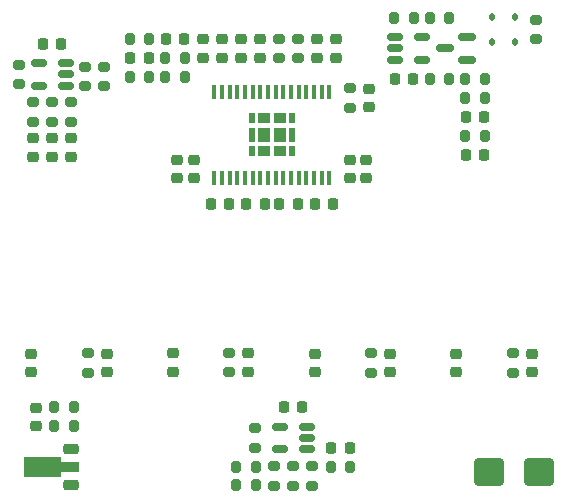
<source format=gbr>
%TF.GenerationSoftware,KiCad,Pcbnew,8.0.8*%
%TF.CreationDate,2025-03-08T19:37:29+01:00*%
%TF.ProjectId,01-2x30w_audio_amp,30312d32-7833-4307-975f-617564696f5f,rev?*%
%TF.SameCoordinates,Original*%
%TF.FileFunction,Paste,Bot*%
%TF.FilePolarity,Positive*%
%FSLAX46Y46*%
G04 Gerber Fmt 4.6, Leading zero omitted, Abs format (unit mm)*
G04 Created by KiCad (PCBNEW 8.0.8) date 2025-03-08 19:37:29*
%MOMM*%
%LPD*%
G01*
G04 APERTURE LIST*
G04 Aperture macros list*
%AMRoundRect*
0 Rectangle with rounded corners*
0 $1 Rounding radius*
0 $2 $3 $4 $5 $6 $7 $8 $9 X,Y pos of 4 corners*
0 Add a 4 corners polygon primitive as box body*
4,1,4,$2,$3,$4,$5,$6,$7,$8,$9,$2,$3,0*
0 Add four circle primitives for the rounded corners*
1,1,$1+$1,$2,$3*
1,1,$1+$1,$4,$5*
1,1,$1+$1,$6,$7*
1,1,$1+$1,$8,$9*
0 Add four rect primitives between the rounded corners*
20,1,$1+$1,$2,$3,$4,$5,0*
20,1,$1+$1,$4,$5,$6,$7,0*
20,1,$1+$1,$6,$7,$8,$9,0*
20,1,$1+$1,$8,$9,$2,$3,0*%
%AMFreePoly0*
4,1,9,3.862500,-0.866500,0.737500,-0.866500,0.737500,-0.450000,-0.737500,-0.450000,-0.737500,0.450000,0.737500,0.450000,0.737500,0.866500,3.862500,0.866500,3.862500,-0.866500,3.862500,-0.866500,$1*%
G04 Aperture macros list end*
%ADD10RoundRect,0.225000X0.250000X-0.225000X0.250000X0.225000X-0.250000X0.225000X-0.250000X-0.225000X0*%
%ADD11RoundRect,0.200000X0.275000X-0.200000X0.275000X0.200000X-0.275000X0.200000X-0.275000X-0.200000X0*%
%ADD12RoundRect,0.150000X0.512500X0.150000X-0.512500X0.150000X-0.512500X-0.150000X0.512500X-0.150000X0*%
%ADD13RoundRect,0.150000X-0.512500X-0.150000X0.512500X-0.150000X0.512500X0.150000X-0.512500X0.150000X0*%
%ADD14RoundRect,0.225000X-0.225000X-0.250000X0.225000X-0.250000X0.225000X0.250000X-0.225000X0.250000X0*%
%ADD15RoundRect,0.200000X-0.275000X0.200000X-0.275000X-0.200000X0.275000X-0.200000X0.275000X0.200000X0*%
%ADD16RoundRect,0.225000X-0.250000X0.225000X-0.250000X-0.225000X0.250000X-0.225000X0.250000X0.225000X0*%
%ADD17RoundRect,0.225000X0.425000X0.225000X-0.425000X0.225000X-0.425000X-0.225000X0.425000X-0.225000X0*%
%ADD18FreePoly0,180.000000*%
%ADD19RoundRect,0.250000X1.000000X0.900000X-1.000000X0.900000X-1.000000X-0.900000X1.000000X-0.900000X0*%
%ADD20RoundRect,0.200000X0.200000X0.275000X-0.200000X0.275000X-0.200000X-0.275000X0.200000X-0.275000X0*%
%ADD21RoundRect,0.200000X-0.200000X-0.275000X0.200000X-0.275000X0.200000X0.275000X-0.200000X0.275000X0*%
%ADD22RoundRect,0.225000X0.225000X0.250000X-0.225000X0.250000X-0.225000X-0.250000X0.225000X-0.250000X0*%
%ADD23R,0.550000X0.930000*%
%ADD24R,1.000000X0.930000*%
%ADD25R,0.550000X1.200000*%
%ADD26R,1.000000X1.200000*%
%ADD27R,0.400000X1.200000*%
%ADD28RoundRect,0.112500X-0.112500X0.187500X-0.112500X-0.187500X0.112500X-0.187500X0.112500X0.187500X0*%
%ADD29RoundRect,0.150000X0.587500X0.150000X-0.587500X0.150000X-0.587500X-0.150000X0.587500X-0.150000X0*%
%ADD30RoundRect,0.112500X0.112500X-0.187500X0.112500X0.187500X-0.112500X0.187500X-0.112500X-0.187500X0*%
G04 APERTURE END LIST*
D10*
%TO.C,C5*%
X170500000Y-126275000D03*
X170500000Y-124725000D03*
%TD*%
D11*
%TO.C,R33*%
X190700000Y-129675000D03*
X190700000Y-131325000D03*
%TD*%
D12*
%TO.C,U5*%
X173037500Y-95550000D03*
X173037500Y-96500000D03*
X173037500Y-97450000D03*
X170762500Y-97450000D03*
X170762500Y-95550000D03*
%TD*%
D13*
%TO.C,U1*%
X200962500Y-95249999D03*
X200962500Y-94300000D03*
X200962500Y-93350001D03*
X203237500Y-93350001D03*
X203237500Y-95249999D03*
%TD*%
D14*
%TO.C,C41*%
X171125000Y-93900000D03*
X172675000Y-93900000D03*
%TD*%
D15*
%TO.C,R31*%
X192300000Y-131325000D03*
X192300000Y-129675000D03*
%TD*%
D16*
%TO.C,C16*%
X186300000Y-93525000D03*
X186300000Y-95075000D03*
%TD*%
D14*
%TO.C,C14*%
X181525000Y-93500000D03*
X183075000Y-93500000D03*
%TD*%
D16*
%TO.C,C13*%
X195900000Y-93525000D03*
X195900000Y-95075000D03*
%TD*%
%TO.C,C12*%
X194300000Y-93525000D03*
X194300000Y-95075000D03*
%TD*%
%TO.C,C11*%
X187900000Y-93525000D03*
X187900000Y-95075000D03*
%TD*%
%TO.C,C10*%
X184700000Y-93525000D03*
X184700000Y-95075000D03*
%TD*%
D14*
%TO.C,C9*%
X178525000Y-95100000D03*
X180075000Y-95100000D03*
%TD*%
%TO.C,C7*%
X206925000Y-103300000D03*
X208475000Y-103300000D03*
%TD*%
D10*
%TO.C,C3*%
X173500000Y-101925000D03*
X173500000Y-103475000D03*
%TD*%
%TO.C,C2*%
X170300000Y-101925000D03*
X170300000Y-103475000D03*
%TD*%
%TO.C,C1*%
X171900000Y-101925000D03*
X171900000Y-103475000D03*
%TD*%
D17*
%TO.C,U2*%
X173512499Y-128237500D03*
D18*
X173424998Y-129737500D03*
D17*
X173512499Y-131237500D03*
%TD*%
D19*
%TO.C,D5*%
X208850000Y-130175000D03*
X213150000Y-130175000D03*
%TD*%
D20*
%TO.C,R25*%
X183125000Y-96700000D03*
X181475000Y-96700000D03*
%TD*%
D12*
%TO.C,U3*%
X191162500Y-126350000D03*
X191162500Y-128250000D03*
X193437500Y-128250000D03*
X193437500Y-127300000D03*
X193437500Y-126350000D03*
%TD*%
D14*
%TO.C,C21*%
X191125000Y-107500000D03*
X192675000Y-107500000D03*
%TD*%
D15*
%TO.C,R28*%
X186900000Y-120075000D03*
X186900000Y-121725000D03*
%TD*%
D11*
%TO.C,R3*%
X171900000Y-98875000D03*
X171900000Y-100525000D03*
%TD*%
D16*
%TO.C,C36*%
X206125000Y-120150000D03*
X206125000Y-121700000D03*
%TD*%
D10*
%TO.C,C23*%
X183900000Y-105275000D03*
X183900000Y-103725000D03*
%TD*%
D20*
%TO.C,R19*%
X189125000Y-129700000D03*
X187475000Y-129700000D03*
%TD*%
D21*
%TO.C,R16*%
X178475000Y-93500000D03*
X180125000Y-93500000D03*
%TD*%
D20*
%TO.C,R20*%
X189125000Y-131300000D03*
X187475000Y-131300000D03*
%TD*%
D16*
%TO.C,C39*%
X200500000Y-120150000D03*
X200500000Y-121700000D03*
%TD*%
D14*
%TO.C,C15*%
X191525000Y-124700000D03*
X193075000Y-124700000D03*
%TD*%
D16*
%TO.C,C33*%
X170125000Y-120150000D03*
X170125000Y-121700000D03*
%TD*%
D11*
%TO.C,R12*%
X169100000Y-95675000D03*
X169100000Y-97325000D03*
%TD*%
D10*
%TO.C,C26*%
X198500000Y-105275000D03*
X198500000Y-103725000D03*
%TD*%
D21*
%TO.C,R26*%
X178475000Y-96700000D03*
X180125000Y-96700000D03*
%TD*%
D16*
%TO.C,C35*%
X194125000Y-120150000D03*
X194125000Y-121700000D03*
%TD*%
D11*
%TO.C,R23*%
X192700000Y-95125000D03*
X192700000Y-93475000D03*
%TD*%
D16*
%TO.C,C38*%
X188500000Y-120125000D03*
X188500000Y-121675000D03*
%TD*%
D20*
%TO.C,R11*%
X205525000Y-96900000D03*
X203875000Y-96900000D03*
%TD*%
D22*
%TO.C,C20*%
X189875000Y-107500000D03*
X188325000Y-107500000D03*
%TD*%
%TO.C,C22*%
X195675000Y-107500000D03*
X194125000Y-107500000D03*
%TD*%
D15*
%TO.C,R30*%
X210900000Y-120100000D03*
X210900000Y-121750000D03*
%TD*%
D20*
%TO.C,R8*%
X173725000Y-126300000D03*
X172075000Y-126300000D03*
%TD*%
D21*
%TO.C,R24*%
X181475000Y-95100000D03*
X183125000Y-95100000D03*
%TD*%
D15*
%TO.C,R27*%
X174900000Y-120100000D03*
X174900000Y-121750000D03*
%TD*%
D11*
%TO.C,R6*%
X176300000Y-95875000D03*
X176300000Y-97525000D03*
%TD*%
D16*
%TO.C,C37*%
X176500000Y-120150000D03*
X176500000Y-121700000D03*
%TD*%
D20*
%TO.C,R9*%
X173725000Y-124700000D03*
X172075000Y-124700000D03*
%TD*%
D10*
%TO.C,C18*%
X198700000Y-99275000D03*
X198700000Y-97725000D03*
%TD*%
D23*
%TO.C,U4*%
X192225000Y-100235000D03*
D24*
X191150000Y-100235000D03*
X189850000Y-100235000D03*
D23*
X188775000Y-100235000D03*
D25*
X192225000Y-101600000D03*
D26*
X191149999Y-101600000D03*
X189850001Y-101600000D03*
D25*
X188775000Y-101600000D03*
D23*
X192225000Y-102965000D03*
D24*
X191150000Y-102965000D03*
X189850000Y-102965000D03*
D23*
X188775000Y-102965000D03*
D27*
X185625000Y-97950000D03*
X186275000Y-97950000D03*
X186925000Y-97950000D03*
X187575000Y-97950000D03*
X188225000Y-97950000D03*
X188875000Y-97950000D03*
X189525000Y-97950000D03*
X190175000Y-97950000D03*
X190825000Y-97950000D03*
X191475000Y-97950000D03*
X192125000Y-97950000D03*
X192775000Y-97950000D03*
X193425000Y-97950000D03*
X194075000Y-97950000D03*
X194725000Y-97950000D03*
X195375000Y-97950000D03*
X195375000Y-105250000D03*
X194725000Y-105250000D03*
X194075000Y-105250000D03*
X193425000Y-105250000D03*
X192775000Y-105250000D03*
X192125000Y-105250000D03*
X191475000Y-105250000D03*
X190825000Y-105250000D03*
X190175000Y-105250000D03*
X189525000Y-105250000D03*
X188875000Y-105250000D03*
X188225000Y-105250000D03*
X187575000Y-105250000D03*
X186925000Y-105250000D03*
X186275000Y-105250000D03*
X185625000Y-105250000D03*
%TD*%
D21*
%TO.C,R2*%
X200875000Y-91700000D03*
X202525000Y-91700000D03*
%TD*%
D11*
%TO.C,R10*%
X212900000Y-93525000D03*
X212900000Y-91875000D03*
%TD*%
%TO.C,R5*%
X173500000Y-98875000D03*
X173500000Y-100525000D03*
%TD*%
D21*
%TO.C,R15*%
X206875000Y-101700000D03*
X208525000Y-101700000D03*
%TD*%
D16*
%TO.C,C34*%
X182100000Y-120125000D03*
X182100000Y-121675000D03*
%TD*%
%TO.C,C40*%
X212500000Y-120150000D03*
X212500000Y-121700000D03*
%TD*%
D11*
%TO.C,R4*%
X170300000Y-98875000D03*
X170300000Y-100525000D03*
%TD*%
D10*
%TO.C,C25*%
X182500000Y-105275000D03*
X182500000Y-103725000D03*
%TD*%
D15*
%TO.C,R22*%
X191100000Y-93475000D03*
X191100000Y-95125000D03*
%TD*%
D10*
%TO.C,C24*%
X197100000Y-105275000D03*
X197100000Y-103725000D03*
%TD*%
D15*
%TO.C,R18*%
X193900000Y-131325000D03*
X193900000Y-129675000D03*
%TD*%
%TO.C,R21*%
X197100000Y-97675000D03*
X197100000Y-99325000D03*
%TD*%
%TO.C,R29*%
X198900000Y-120100000D03*
X198900000Y-121750000D03*
%TD*%
D21*
%TO.C,R13*%
X206875000Y-96900000D03*
X208525000Y-96900000D03*
%TD*%
D28*
%TO.C,D2*%
X211100000Y-91650000D03*
X211100000Y-93750000D03*
%TD*%
D22*
%TO.C,C6*%
X208475000Y-100100000D03*
X206925000Y-100100000D03*
%TD*%
D15*
%TO.C,R7*%
X174700000Y-97525000D03*
X174700000Y-95875000D03*
%TD*%
D14*
%TO.C,C19*%
X185325000Y-107500000D03*
X186875000Y-107500000D03*
%TD*%
D20*
%TO.C,R14*%
X208525000Y-98500000D03*
X206875000Y-98500000D03*
%TD*%
D16*
%TO.C,C17*%
X189500000Y-93525000D03*
X189500000Y-95075000D03*
%TD*%
D21*
%TO.C,R1*%
X203875000Y-91700000D03*
X205525000Y-91700000D03*
%TD*%
D22*
%TO.C,C42*%
X202475000Y-96900000D03*
X200925000Y-96900000D03*
%TD*%
D29*
%TO.C,D1*%
X207037500Y-93350000D03*
X207037500Y-95250000D03*
X205162499Y-94300000D03*
%TD*%
D30*
%TO.C,D3*%
X209100000Y-93750000D03*
X209100000Y-91650000D03*
%TD*%
D11*
%TO.C,R17*%
X189100000Y-128125000D03*
X189100000Y-126475000D03*
%TD*%
D20*
%TO.C,R32*%
X197125000Y-129700000D03*
X195475000Y-129700000D03*
%TD*%
D14*
%TO.C,C4*%
X195525000Y-128100000D03*
X197075000Y-128100000D03*
%TD*%
M02*

</source>
